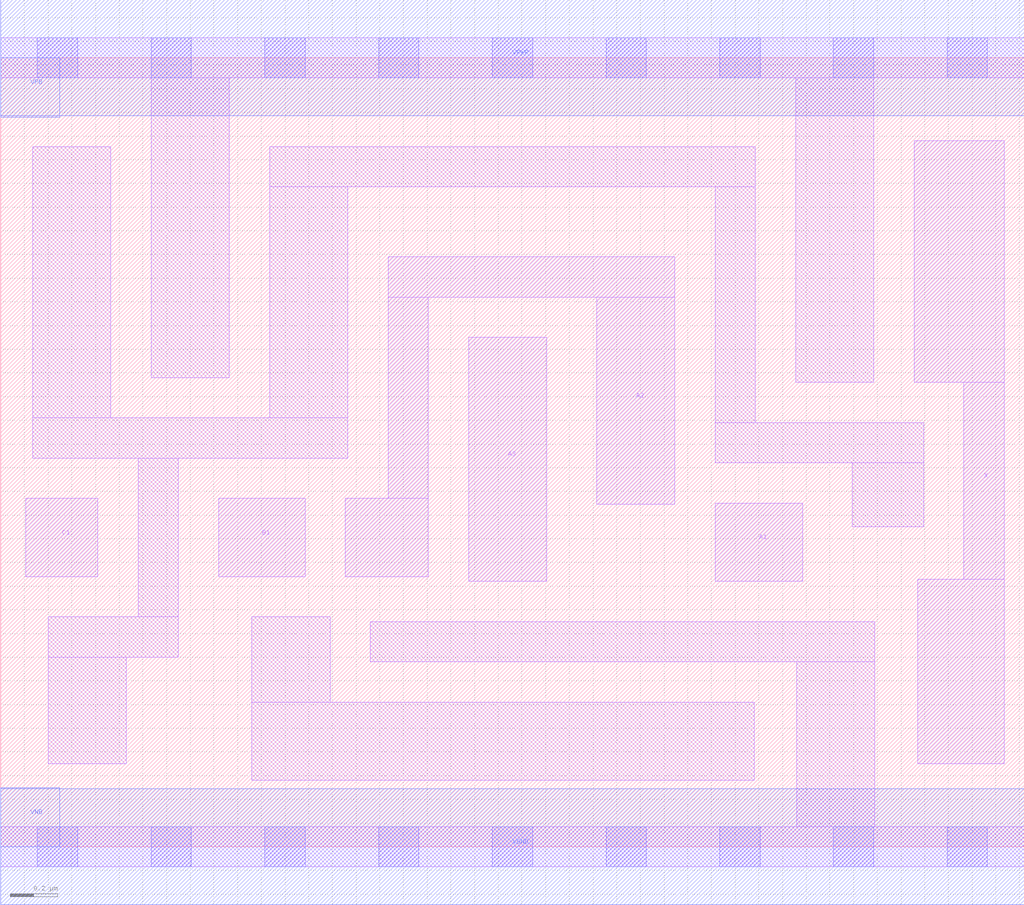
<source format=lef>
# Copyright 2020 The SkyWater PDK Authors
#
# Licensed under the Apache License, Version 2.0 (the "License");
# you may not use this file except in compliance with the License.
# You may obtain a copy of the License at
#
#     https://www.apache.org/licenses/LICENSE-2.0
#
# Unless required by applicable law or agreed to in writing, software
# distributed under the License is distributed on an "AS IS" BASIS,
# WITHOUT WARRANTIES OR CONDITIONS OF ANY KIND, either express or implied.
# See the License for the specific language governing permissions and
# limitations under the License.
#
# SPDX-License-Identifier: Apache-2.0

VERSION 5.5 ;
NAMESCASESENSITIVE ON ;
BUSBITCHARS "[]" ;
DIVIDERCHAR "/" ;
MACRO sky130_fd_sc_ms__o311a_1
  CLASS CORE ;
  SOURCE USER ;
  ORIGIN  0.000000  0.000000 ;
  SIZE  4.320000 BY  3.330000 ;
  SYMMETRY X Y ;
  SITE unit ;
  PIN A1
    ANTENNAGATEAREA  0.246000 ;
    DIRECTION INPUT ;
    USE SIGNAL ;
    PORT
      LAYER li1 ;
        RECT 3.015000 1.120000 3.385000 1.450000 ;
    END
  END A1
  PIN A2
    ANTENNAGATEAREA  0.246000 ;
    DIRECTION INPUT ;
    USE SIGNAL ;
    PORT
      LAYER li1 ;
        RECT 1.455000 1.140000 1.805000 1.470000 ;
        RECT 1.635000 1.470000 1.805000 2.320000 ;
        RECT 1.635000 2.320000 2.845000 2.490000 ;
        RECT 2.515000 1.445000 2.845000 2.320000 ;
    END
  END A2
  PIN A3
    ANTENNAGATEAREA  0.246000 ;
    DIRECTION INPUT ;
    USE SIGNAL ;
    PORT
      LAYER li1 ;
        RECT 1.975000 1.120000 2.305000 2.150000 ;
    END
  END A3
  PIN B1
    ANTENNAGATEAREA  0.246000 ;
    DIRECTION INPUT ;
    USE SIGNAL ;
    PORT
      LAYER li1 ;
        RECT 0.920000 1.140000 1.285000 1.470000 ;
    END
  END B1
  PIN C1
    ANTENNAGATEAREA  0.246000 ;
    DIRECTION INPUT ;
    USE SIGNAL ;
    PORT
      LAYER li1 ;
        RECT 0.105000 1.140000 0.410000 1.470000 ;
    END
  END C1
  PIN X
    ANTENNADIFFAREA  0.541300 ;
    DIRECTION OUTPUT ;
    USE SIGNAL ;
    PORT
      LAYER li1 ;
        RECT 3.855000 1.960000 4.235000 2.980000 ;
        RECT 3.870000 0.350000 4.235000 1.130000 ;
        RECT 4.065000 1.130000 4.235000 1.960000 ;
    END
  END X
  PIN VGND
    DIRECTION INOUT ;
    USE GROUND ;
    PORT
      LAYER met1 ;
        RECT 0.000000 -0.245000 4.320000 0.245000 ;
    END
  END VGND
  PIN VNB
    DIRECTION INOUT ;
    USE GROUND ;
    PORT
      LAYER met1 ;
        RECT 0.000000 0.000000 0.250000 0.250000 ;
    END
  END VNB
  PIN VPB
    DIRECTION INOUT ;
    USE POWER ;
    PORT
      LAYER met1 ;
        RECT 0.000000 3.080000 0.250000 3.330000 ;
    END
  END VPB
  PIN VPWR
    DIRECTION INOUT ;
    USE POWER ;
    PORT
      LAYER met1 ;
        RECT 0.000000 3.085000 4.320000 3.575000 ;
    END
  END VPWR
  OBS
    LAYER li1 ;
      RECT 0.000000 -0.085000 4.320000 0.085000 ;
      RECT 0.000000  3.245000 4.320000 3.415000 ;
      RECT 0.135000  1.640000 1.465000 1.810000 ;
      RECT 0.135000  1.810000 0.465000 2.955000 ;
      RECT 0.200000  0.350000 0.530000 0.800000 ;
      RECT 0.200000  0.800000 0.750000 0.970000 ;
      RECT 0.580000  0.970000 0.750000 1.640000 ;
      RECT 0.635000  1.980000 0.965000 3.245000 ;
      RECT 1.060000  0.280000 3.180000 0.610000 ;
      RECT 1.060000  0.610000 1.390000 0.970000 ;
      RECT 1.135000  1.810000 1.465000 2.785000 ;
      RECT 1.135000  2.785000 3.185000 2.955000 ;
      RECT 1.560000  0.780000 3.690000 0.950000 ;
      RECT 3.015000  1.620000 3.895000 1.790000 ;
      RECT 3.015000  1.790000 3.185000 2.785000 ;
      RECT 3.355000  1.960000 3.685000 3.245000 ;
      RECT 3.360000  0.085000 3.690000 0.780000 ;
      RECT 3.595000  1.350000 3.895000 1.620000 ;
    LAYER mcon ;
      RECT 0.155000 -0.085000 0.325000 0.085000 ;
      RECT 0.155000  3.245000 0.325000 3.415000 ;
      RECT 0.635000 -0.085000 0.805000 0.085000 ;
      RECT 0.635000  3.245000 0.805000 3.415000 ;
      RECT 1.115000 -0.085000 1.285000 0.085000 ;
      RECT 1.115000  3.245000 1.285000 3.415000 ;
      RECT 1.595000 -0.085000 1.765000 0.085000 ;
      RECT 1.595000  3.245000 1.765000 3.415000 ;
      RECT 2.075000 -0.085000 2.245000 0.085000 ;
      RECT 2.075000  3.245000 2.245000 3.415000 ;
      RECT 2.555000 -0.085000 2.725000 0.085000 ;
      RECT 2.555000  3.245000 2.725000 3.415000 ;
      RECT 3.035000 -0.085000 3.205000 0.085000 ;
      RECT 3.035000  3.245000 3.205000 3.415000 ;
      RECT 3.515000 -0.085000 3.685000 0.085000 ;
      RECT 3.515000  3.245000 3.685000 3.415000 ;
      RECT 3.995000 -0.085000 4.165000 0.085000 ;
      RECT 3.995000  3.245000 4.165000 3.415000 ;
  END
END sky130_fd_sc_ms__o311a_1

</source>
